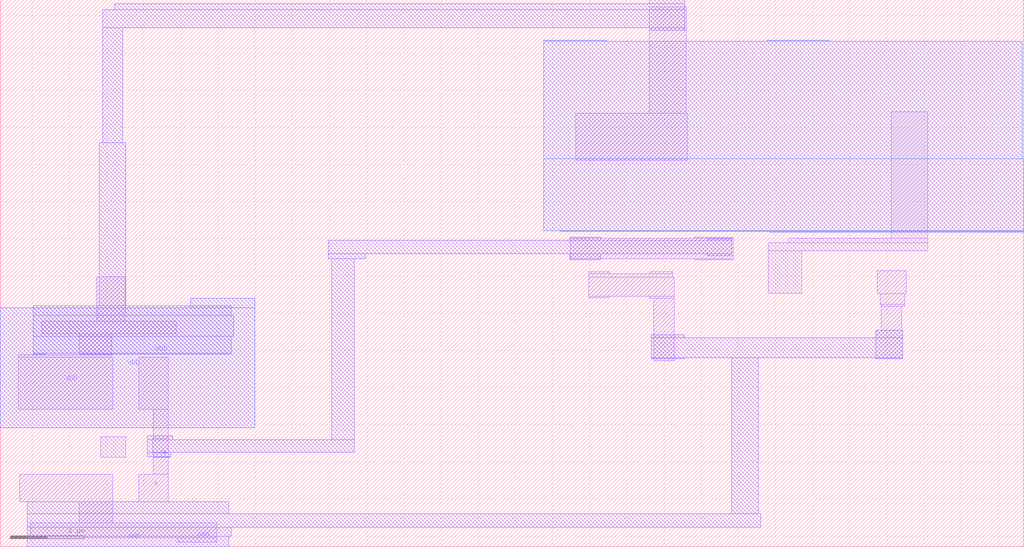
<source format=lef>
VERSION 5.7 ;
  NOWIREEXTENSIONATPIN ON ;
  DIVIDERCHAR "/" ;
  BUSBITCHARS "[]" ;
MACRO nor
  CLASS BLOCK ;
  FOREIGN nor ;
  ORIGIN -9.070 -3.360 ;
  SIZE 13.770 BY 7.360 ;
  PIN GND
    ANTENNADIFFAREA 2.358000 ;
    PORT
      LAYER li1 ;
        RECT 16.990 7.030 17.260 7.060 ;
        RECT 17.810 7.030 18.120 7.060 ;
        RECT 16.990 6.980 18.120 7.030 ;
        RECT 16.990 6.730 18.140 6.980 ;
        RECT 20.870 6.760 21.260 7.070 ;
        RECT 16.990 6.710 17.260 6.730 ;
        RECT 17.810 6.700 18.140 6.730 ;
        RECT 17.860 5.860 18.140 6.700 ;
        RECT 20.910 6.620 21.240 6.760 ;
        RECT 20.920 6.590 21.240 6.620 ;
        RECT 20.920 6.270 21.200 6.590 ;
        RECT 20.850 5.890 21.210 6.270 ;
        RECT 9.330 3.960 10.580 4.330 ;
        RECT 10.130 3.680 10.580 3.960 ;
        RECT 9.470 3.480 11.980 3.680 ;
        RECT 11.460 3.420 11.980 3.480 ;
      LAYER met1 ;
        RECT 17.830 6.170 18.270 6.210 ;
        RECT 20.850 6.170 21.210 6.270 ;
        RECT 17.830 5.900 21.210 6.170 ;
        RECT 17.830 5.890 18.270 5.900 ;
        RECT 9.430 3.800 12.140 3.960 ;
        RECT 18.910 3.800 19.270 5.900 ;
        RECT 20.850 5.890 21.210 5.900 ;
        RECT 9.430 3.620 19.300 3.800 ;
        RECT 9.430 3.500 12.180 3.620 ;
        RECT 9.430 3.360 12.140 3.500 ;
    END
  END GND
  PIN VDD
    ANTENNADIFFAREA 3.595900 ;
    PORT
      LAYER nwell ;
        RECT 16.380 10.160 17.220 10.170 ;
        RECT 19.380 10.160 20.220 10.170 ;
        RECT 16.380 8.580 22.820 10.160 ;
        RECT 16.380 7.610 22.840 8.580 ;
        RECT 16.610 7.600 22.840 7.610 ;
        RECT 19.420 7.590 22.840 7.600 ;
        RECT 11.630 6.570 12.490 6.700 ;
        RECT 9.070 4.960 12.490 6.570 ;
      LAYER li1 ;
        RECT 17.800 9.190 18.300 10.620 ;
        RECT 16.810 8.560 18.310 9.190 ;
        RECT 10.370 6.390 10.750 6.990 ;
        RECT 9.630 6.220 11.440 6.390 ;
        RECT 10.130 5.940 10.570 6.220 ;
        RECT 9.310 5.910 10.570 5.940 ;
        RECT 9.310 5.210 10.580 5.910 ;
      LAYER met1 ;
        RECT 17.800 10.660 18.280 10.720 ;
        RECT 10.610 10.580 18.280 10.660 ;
        RECT 10.450 10.340 18.280 10.580 ;
        RECT 10.450 8.790 10.720 10.340 ;
        RECT 17.800 10.310 18.280 10.340 ;
        RECT 10.400 6.600 10.760 8.790 ;
        RECT 9.510 6.470 12.180 6.600 ;
        RECT 9.510 6.190 12.210 6.470 ;
        RECT 9.510 5.960 12.180 6.190 ;
        RECT 9.510 5.950 9.680 5.960 ;
        RECT 10.130 5.950 12.180 5.960 ;
    END
  END VDD
  PIN a
    ANTENNAGATEAREA 0.607600 ;
    ANTENNADIFFAREA 0.726000 ;
    PORT
      LAYER li1 ;
        RECT 18.410 7.510 18.930 7.520 ;
        RECT 16.740 7.230 18.930 7.510 ;
        RECT 18.410 7.220 18.930 7.230 ;
        RECT 10.930 5.210 11.330 5.910 ;
        RECT 11.130 4.820 11.330 5.210 ;
        RECT 11.120 4.620 11.330 4.820 ;
        RECT 11.130 4.330 11.330 4.620 ;
        RECT 10.930 3.960 11.330 4.330 ;
      LAYER met1 ;
        RECT 16.730 7.480 17.150 7.520 ;
        RECT 18.580 7.480 18.910 7.500 ;
        RECT 13.480 7.300 18.910 7.480 ;
        RECT 13.480 7.230 13.980 7.300 ;
        RECT 11.050 4.800 11.390 4.850 ;
        RECT 13.530 4.800 13.830 7.230 ;
        RECT 16.730 7.220 17.150 7.300 ;
        RECT 18.580 7.270 18.910 7.300 ;
        RECT 11.050 4.630 13.830 4.800 ;
        RECT 11.050 4.570 11.360 4.630 ;
        RECT 11.130 4.560 11.360 4.570 ;
    END
  END a
  OBS
      LAYER li1 ;
        RECT 21.060 7.510 21.550 9.210 ;
        RECT 19.680 7.450 21.550 7.510 ;
        RECT 19.400 7.340 21.550 7.450 ;
        RECT 19.400 6.770 19.850 7.340 ;
        RECT 10.420 4.560 10.760 4.840 ;
  END
END nor
END LIBRARY


</source>
